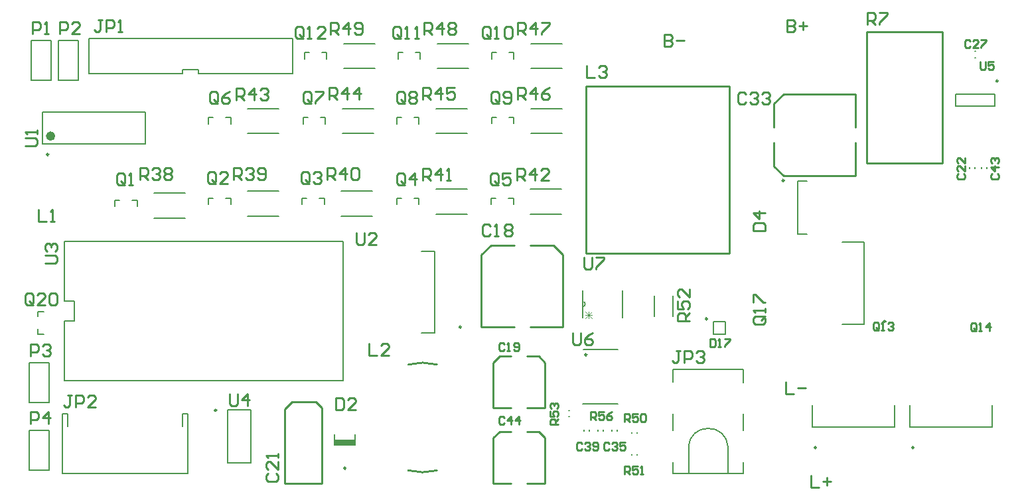
<source format=gto>
G04 Layer_Color=65535*
%FSAX24Y24*%
%MOIN*%
G70*
G01*
G75*
%ADD44C,0.0100*%
%ADD71C,0.0098*%
%ADD72C,0.0060*%
%ADD73C,0.0080*%
%ADD74C,0.0236*%
%ADD75C,0.0079*%
%ADD76C,0.0030*%
%ADD77R,0.1024X0.0306*%
D44*
X037737Y010688D02*
G03*
X039163Y010688I000713J002662D01*
G01*
Y016012D02*
G03*
X037737Y016012I-000713J-002662D01*
G01*
X043694Y010051D02*
X044599D01*
X043694Y012649D02*
X044284D01*
X042316D02*
X042906D01*
X042001Y010051D02*
X042906D01*
X042001Y012334D02*
X042316Y012649D01*
X042001Y010051D02*
Y012334D01*
X044284Y012649D02*
X044599Y012334D01*
Y010051D02*
Y012334D01*
X048575Y021600D02*
X053850D01*
Y030000D01*
X046650D02*
X053850D01*
X046650Y021600D02*
Y030000D01*
Y021600D02*
X048575D01*
X031510Y010050D02*
Y013770D01*
X033397Y010050D02*
X033400Y013850D01*
X031889Y014146D02*
X033100D01*
X033395Y013851D01*
X031510Y013767D02*
X031889Y014146D01*
X031510Y010050D02*
X033390D01*
X060750Y026150D02*
X061330D01*
X060750D02*
Y032750D01*
X064550D01*
Y026150D02*
Y032750D01*
X061330Y026150D02*
X064550D01*
X043844Y017903D02*
X045497D01*
X043844Y021997D02*
X045025D01*
X041875D02*
X043056D01*
X041403Y017903D02*
X043056D01*
X041403Y021525D02*
X041875Y021997D01*
X041403Y017903D02*
Y021525D01*
X045025Y021997D02*
X045497Y021525D01*
Y017903D02*
Y021525D01*
X060197Y027944D02*
Y029597D01*
X056103Y027944D02*
Y029125D01*
Y025975D02*
Y027156D01*
X060197Y025503D02*
Y027156D01*
X056103Y025975D02*
X056575Y025503D01*
X060197D01*
X056103Y029125D02*
X056575Y029597D01*
X060197D01*
X043694Y013826D02*
X044599D01*
X043694Y016424D02*
X044284D01*
X042316D02*
X042906D01*
X042001Y013826D02*
X042906D01*
X042001Y016109D02*
X042316Y016424D01*
X042001Y013826D02*
Y016109D01*
X044284Y016424D02*
X044599Y016109D01*
Y013826D02*
Y016109D01*
X028150Y029250D02*
Y029650D01*
X028050Y029750D01*
X027850D01*
X027750Y029650D01*
Y029250D01*
X027850Y029150D01*
X028050D01*
X027950Y029350D02*
X028150Y029150D01*
X028050D02*
X028150Y029250D01*
X028750Y029750D02*
X028550Y029650D01*
X028350Y029450D01*
Y029250D01*
X028450Y029150D01*
X028650D01*
X028750Y029250D01*
Y029350D01*
X028650Y029450D01*
X028350D01*
X032850Y029250D02*
Y029650D01*
X032750Y029750D01*
X032550D01*
X032450Y029650D01*
Y029250D01*
X032550Y029150D01*
X032750D01*
X032650Y029350D02*
X032850Y029150D01*
X032750D02*
X032850Y029250D01*
X033050Y029750D02*
X033450D01*
Y029650D01*
X033050Y029250D01*
Y029150D01*
X042250Y025150D02*
Y025550D01*
X042150Y025650D01*
X041950D01*
X041850Y025550D01*
Y025150D01*
X041950Y025050D01*
X042150D01*
X042050Y025250D02*
X042250Y025050D01*
X042150D02*
X042250Y025150D01*
X042850Y025650D02*
X042450D01*
Y025350D01*
X042650Y025450D01*
X042750D01*
X042850Y025350D01*
Y025150D01*
X042750Y025050D01*
X042550D01*
X042450Y025150D01*
X037550D02*
Y025550D01*
X037450Y025650D01*
X037250D01*
X037150Y025550D01*
Y025150D01*
X037250Y025050D01*
X037450D01*
X037350Y025250D02*
X037550Y025050D01*
X037450D02*
X037550Y025150D01*
X038050Y025050D02*
Y025650D01*
X037750Y025350D01*
X038150D01*
X042567Y013333D02*
X042500Y013400D01*
X042367D01*
X042300Y013333D01*
Y013067D01*
X042367Y013000D01*
X042500D01*
X042567Y013067D01*
X042900Y013000D02*
Y013400D01*
X042700Y013200D01*
X042966D01*
X043300Y013000D02*
Y013400D01*
X043100Y013200D01*
X043366D01*
X052900Y017300D02*
Y016900D01*
X053100D01*
X053167Y016967D01*
Y017233D01*
X053100Y017300D01*
X052900D01*
X053300Y016900D02*
X053433D01*
X053367D01*
Y017300D01*
X053300Y017233D01*
X053633Y017300D02*
X053900D01*
Y017233D01*
X053633Y016967D01*
Y016900D01*
X019150Y023800D02*
Y023200D01*
X019550D01*
X019750D02*
X019950D01*
X019850D01*
Y023800D01*
X019750Y023700D01*
X030700Y010550D02*
X030600Y010450D01*
Y010250D01*
X030700Y010150D01*
X031100D01*
X031200Y010250D01*
Y010450D01*
X031100Y010550D01*
X031200Y011150D02*
Y010750D01*
X030800Y011150D01*
X030700D01*
X030600Y011050D01*
Y010850D01*
X030700Y010750D01*
X031200Y011350D02*
Y011550D01*
Y011450D01*
X030600D01*
X030700Y011350D01*
X028750Y014550D02*
Y014050D01*
X028850Y013950D01*
X029050D01*
X029150Y014050D01*
Y014550D01*
X029650Y013950D02*
Y014550D01*
X029350Y014250D01*
X029750D01*
X041855Y022955D02*
X041755Y023055D01*
X041555D01*
X041455Y022955D01*
Y022555D01*
X041555Y022455D01*
X041755D01*
X041855Y022555D01*
X042055Y022455D02*
X042255D01*
X042155D01*
Y023055D01*
X042055Y022955D01*
X042555D02*
X042655Y023055D01*
X042855D01*
X042955Y022955D01*
Y022855D01*
X042855Y022755D01*
X042955Y022655D01*
Y022555D01*
X042855Y022455D01*
X042655D01*
X042555Y022555D01*
Y022655D01*
X042655Y022755D01*
X042555Y022855D01*
Y022955D01*
X042655Y022755D02*
X042855D01*
X042567Y017033D02*
X042500Y017100D01*
X042367D01*
X042300Y017033D01*
Y016767D01*
X042367Y016700D01*
X042500D01*
X042567Y016767D01*
X042700Y016700D02*
X042833D01*
X042767D01*
Y017100D01*
X042700Y017033D01*
X043033Y016767D02*
X043100Y016700D01*
X043233D01*
X043300Y016767D01*
Y017033D01*
X043233Y017100D01*
X043100D01*
X043033Y017033D01*
Y016967D01*
X043100Y016900D01*
X043300D01*
X065967Y032283D02*
X065900Y032350D01*
X065767D01*
X065700Y032283D01*
Y032017D01*
X065767Y031950D01*
X065900D01*
X065967Y032017D01*
X066366Y031950D02*
X066100D01*
X066366Y032217D01*
Y032283D01*
X066300Y032350D01*
X066167D01*
X066100Y032283D01*
X066500Y032350D02*
X066766D01*
Y032283D01*
X066500Y032017D01*
Y031950D01*
X054700Y029600D02*
X054600Y029700D01*
X054400D01*
X054300Y029600D01*
Y029200D01*
X054400Y029100D01*
X054600D01*
X054700Y029200D01*
X054900Y029600D02*
X055000Y029700D01*
X055200D01*
X055300Y029600D01*
Y029500D01*
X055200Y029400D01*
X055100D01*
X055200D01*
X055300Y029300D01*
Y029200D01*
X055200Y029100D01*
X055000D01*
X054900Y029200D01*
X055500Y029600D02*
X055600Y029700D01*
X055800D01*
X055899Y029600D01*
Y029500D01*
X055800Y029400D01*
X055700D01*
X055800D01*
X055899Y029300D01*
Y029200D01*
X055800Y029100D01*
X055600D01*
X055500Y029200D01*
X047817Y012033D02*
X047750Y012100D01*
X047617D01*
X047550Y012033D01*
Y011767D01*
X047617Y011700D01*
X047750D01*
X047817Y011767D01*
X047950Y012033D02*
X048017Y012100D01*
X048150D01*
X048216Y012033D01*
Y011967D01*
X048150Y011900D01*
X048083D01*
X048150D01*
X048216Y011833D01*
Y011767D01*
X048150Y011700D01*
X048017D01*
X047950Y011767D01*
X048616Y012100D02*
X048350D01*
Y011900D01*
X048483Y011967D01*
X048550D01*
X048616Y011900D01*
Y011767D01*
X048550Y011700D01*
X048416D01*
X048350Y011767D01*
X046467Y012033D02*
X046400Y012100D01*
X046267D01*
X046200Y012033D01*
Y011767D01*
X046267Y011700D01*
X046400D01*
X046467Y011767D01*
X046600Y012033D02*
X046667Y012100D01*
X046800D01*
X046866Y012033D01*
Y011967D01*
X046800Y011900D01*
X046733D01*
X046800D01*
X046866Y011833D01*
Y011767D01*
X046800Y011700D01*
X046667D01*
X046600Y011767D01*
X047000D02*
X047066Y011700D01*
X047200D01*
X047266Y011767D01*
Y012033D01*
X047200Y012100D01*
X047066D01*
X047000Y012033D01*
Y011967D01*
X047066Y011900D01*
X047266D01*
X034085Y014335D02*
Y013735D01*
X034385D01*
X034485Y013835D01*
Y014235D01*
X034385Y014335D01*
X034085D01*
X035085Y013735D02*
X034685D01*
X035085Y014135D01*
Y014235D01*
X034985Y014335D01*
X034785D01*
X034685Y014235D01*
X055050Y022750D02*
X055650D01*
Y023050D01*
X055550Y023150D01*
X055150D01*
X055050Y023050D01*
Y022750D01*
X055650Y023650D02*
X055050D01*
X055350Y023350D01*
Y023750D01*
X022350Y033350D02*
X022150D01*
X022250D01*
Y032850D01*
X022150Y032750D01*
X022050D01*
X021950Y032850D01*
X022550Y032750D02*
Y033350D01*
X022850D01*
X022950Y033250D01*
Y033050D01*
X022850Y032950D01*
X022550D01*
X023150Y032750D02*
X023350D01*
X023250D01*
Y033350D01*
X023150Y033250D01*
X020810Y014470D02*
X020610D01*
X020710D01*
Y013970D01*
X020610Y013870D01*
X020510D01*
X020410Y013970D01*
X021010Y013870D02*
Y014470D01*
X021310D01*
X021410Y014370D01*
Y014170D01*
X021310Y014070D01*
X021010D01*
X022009Y013870D02*
X021610D01*
X022009Y014270D01*
Y014370D01*
X021910Y014470D01*
X021710D01*
X021610Y014370D01*
X035755Y017055D02*
Y016455D01*
X036155D01*
X036755D02*
X036355D01*
X036755Y016855D01*
Y016955D01*
X036655Y017055D01*
X036455D01*
X036355Y016955D01*
X046700Y031050D02*
Y030450D01*
X047100D01*
X047300Y030950D02*
X047400Y031050D01*
X047600D01*
X047700Y030950D01*
Y030850D01*
X047600Y030750D01*
X047500D01*
X047600D01*
X047700Y030650D01*
Y030550D01*
X047600Y030450D01*
X047400D01*
X047300Y030550D01*
X018865Y032635D02*
Y033235D01*
X019165D01*
X019265Y033135D01*
Y032935D01*
X019165Y032835D01*
X018865D01*
X019465Y032635D02*
X019665D01*
X019565D01*
Y033235D01*
X019465Y033135D01*
X020215Y032635D02*
Y033235D01*
X020515D01*
X020615Y033135D01*
Y032935D01*
X020515Y032835D01*
X020215D01*
X021215Y032635D02*
X020815D01*
X021215Y033035D01*
Y033135D01*
X021115Y033235D01*
X020915D01*
X020815Y033135D01*
X018765Y016435D02*
Y017035D01*
X019065D01*
X019165Y016935D01*
Y016735D01*
X019065Y016635D01*
X018765D01*
X019365Y016935D02*
X019465Y017035D01*
X019665D01*
X019765Y016935D01*
Y016835D01*
X019665Y016735D01*
X019565D01*
X019665D01*
X019765Y016635D01*
Y016535D01*
X019665Y016435D01*
X019465D01*
X019365Y016535D01*
X018760Y013040D02*
Y013640D01*
X019060D01*
X019160Y013540D01*
Y013340D01*
X019060Y013240D01*
X018760D01*
X019660Y013040D02*
Y013640D01*
X019360Y013340D01*
X019760D01*
X023500Y025141D02*
Y025541D01*
X023400Y025641D01*
X023200D01*
X023100Y025541D01*
Y025141D01*
X023200Y025041D01*
X023400D01*
X023300Y025241D02*
X023500Y025041D01*
X023400D02*
X023500Y025141D01*
X023700Y025041D02*
X023900D01*
X023800D01*
Y025641D01*
X023700Y025541D01*
X028050Y025200D02*
Y025600D01*
X027950Y025700D01*
X027750D01*
X027650Y025600D01*
Y025200D01*
X027750Y025100D01*
X027950D01*
X027850Y025300D02*
X028050Y025100D01*
X027950D02*
X028050Y025200D01*
X028650Y025100D02*
X028250D01*
X028650Y025500D01*
Y025600D01*
X028550Y025700D01*
X028350D01*
X028250Y025600D01*
X032750Y025200D02*
Y025600D01*
X032650Y025700D01*
X032450D01*
X032350Y025600D01*
Y025200D01*
X032450Y025100D01*
X032650D01*
X032550Y025300D02*
X032750Y025100D01*
X032650D02*
X032750Y025200D01*
X032950Y025600D02*
X033050Y025700D01*
X033250D01*
X033350Y025600D01*
Y025500D01*
X033250Y025400D01*
X033150D01*
X033250D01*
X033350Y025300D01*
Y025200D01*
X033250Y025100D01*
X033050D01*
X032950Y025200D01*
X037550Y029250D02*
Y029650D01*
X037450Y029750D01*
X037250D01*
X037150Y029650D01*
Y029250D01*
X037250Y029150D01*
X037450D01*
X037350Y029350D02*
X037550Y029150D01*
X037450D02*
X037550Y029250D01*
X037750Y029650D02*
X037850Y029750D01*
X038050D01*
X038150Y029650D01*
Y029550D01*
X038050Y029450D01*
X038150Y029350D01*
Y029250D01*
X038050Y029150D01*
X037850D01*
X037750Y029250D01*
Y029350D01*
X037850Y029450D01*
X037750Y029550D01*
Y029650D01*
X037850Y029450D02*
X038050D01*
X042300Y029250D02*
Y029650D01*
X042200Y029750D01*
X042000D01*
X041900Y029650D01*
Y029250D01*
X042000Y029150D01*
X042200D01*
X042100Y029350D02*
X042300Y029150D01*
X042200D02*
X042300Y029250D01*
X042500D02*
X042600Y029150D01*
X042800D01*
X042900Y029250D01*
Y029650D01*
X042800Y029750D01*
X042600D01*
X042500Y029650D01*
Y029550D01*
X042600Y029450D01*
X042900D01*
X041873Y032514D02*
Y032914D01*
X041773Y033014D01*
X041573D01*
X041473Y032914D01*
Y032514D01*
X041573Y032414D01*
X041773D01*
X041673Y032614D02*
X041873Y032414D01*
X041773D02*
X041873Y032514D01*
X042073Y032414D02*
X042273D01*
X042173D01*
Y033014D01*
X042073Y032914D01*
X042572D02*
X042672Y033014D01*
X042872D01*
X042972Y032914D01*
Y032514D01*
X042872Y032414D01*
X042672D01*
X042572Y032514D01*
Y032914D01*
X037373Y032514D02*
Y032914D01*
X037273Y033014D01*
X037073D01*
X036973Y032914D01*
Y032514D01*
X037073Y032414D01*
X037273D01*
X037173Y032614D02*
X037373Y032414D01*
X037273D02*
X037373Y032514D01*
X037573Y032414D02*
X037773D01*
X037673D01*
Y033014D01*
X037573Y032914D01*
X038072Y032414D02*
X038272D01*
X038172D01*
Y033014D01*
X038072Y032914D01*
X032473Y032514D02*
Y032914D01*
X032373Y033014D01*
X032173D01*
X032073Y032914D01*
Y032514D01*
X032173Y032414D01*
X032373D01*
X032273Y032614D02*
X032473Y032414D01*
X032373D02*
X032473Y032514D01*
X032673Y032414D02*
X032873D01*
X032773D01*
Y033014D01*
X032673Y032914D01*
X033572Y032414D02*
X033172D01*
X033572Y032814D01*
Y032914D01*
X033472Y033014D01*
X033272D01*
X033172Y032914D01*
X061367Y017817D02*
Y018083D01*
X061300Y018150D01*
X061167D01*
X061100Y018083D01*
Y017817D01*
X061167Y017750D01*
X061300D01*
X061233Y017883D02*
X061367Y017750D01*
X061300D02*
X061367Y017817D01*
X061500Y017750D02*
X061633D01*
X061567D01*
Y018150D01*
X061500Y018083D01*
X061833D02*
X061900Y018150D01*
X062033D01*
X062100Y018083D01*
Y018017D01*
X062033Y017950D01*
X061966D01*
X062033D01*
X062100Y017883D01*
Y017817D01*
X062033Y017750D01*
X061900D01*
X061833Y017817D01*
X066267Y017767D02*
Y018033D01*
X066200Y018100D01*
X066067D01*
X066000Y018033D01*
Y017767D01*
X066067Y017700D01*
X066200D01*
X066133Y017833D02*
X066267Y017700D01*
X066200D02*
X066267Y017767D01*
X066400Y017700D02*
X066533D01*
X066467D01*
Y018100D01*
X066400Y018033D01*
X066933Y017700D02*
Y018100D01*
X066733Y017900D01*
X067000D01*
X055550Y018450D02*
X055150D01*
X055050Y018350D01*
Y018150D01*
X055150Y018050D01*
X055550D01*
X055650Y018150D01*
Y018350D01*
X055450Y018250D02*
X055650Y018450D01*
Y018350D02*
X055550Y018450D01*
X055650Y018650D02*
Y018850D01*
Y018750D01*
X055050D01*
X055150Y018650D01*
X055050Y019150D02*
Y019550D01*
X055150D01*
X055550Y019150D01*
X055650D01*
X018900Y019100D02*
Y019500D01*
X018800Y019600D01*
X018600D01*
X018500Y019500D01*
Y019100D01*
X018600Y019000D01*
X018800D01*
X018700Y019200D02*
X018900Y019000D01*
X018800D02*
X018900Y019100D01*
X019500Y019000D02*
X019100D01*
X019500Y019400D01*
Y019500D01*
X019400Y019600D01*
X019200D01*
X019100Y019500D01*
X019700D02*
X019800Y019600D01*
X020000D01*
X020099Y019500D01*
Y019100D01*
X020000Y019000D01*
X019800D01*
X019700Y019100D01*
Y019500D01*
X060795Y033095D02*
Y033695D01*
X061095D01*
X061195Y033595D01*
Y033395D01*
X061095Y033295D01*
X060795D01*
X060995D02*
X061195Y033095D01*
X061395Y033695D02*
X061795D01*
Y033595D01*
X061395Y033195D01*
Y033095D01*
X024250Y025300D02*
Y025900D01*
X024550D01*
X024650Y025800D01*
Y025600D01*
X024550Y025500D01*
X024250D01*
X024450D02*
X024650Y025300D01*
X024850Y025800D02*
X024950Y025900D01*
X025150D01*
X025250Y025800D01*
Y025700D01*
X025150Y025600D01*
X025050D01*
X025150D01*
X025250Y025500D01*
Y025400D01*
X025150Y025300D01*
X024950D01*
X024850Y025400D01*
X025450Y025800D02*
X025550Y025900D01*
X025750D01*
X025849Y025800D01*
Y025700D01*
X025750Y025600D01*
X025849Y025500D01*
Y025400D01*
X025750Y025300D01*
X025550D01*
X025450Y025400D01*
Y025500D01*
X025550Y025600D01*
X025450Y025700D01*
Y025800D01*
X025550Y025600D02*
X025750D01*
X028950Y025300D02*
Y025900D01*
X029250D01*
X029350Y025800D01*
Y025600D01*
X029250Y025500D01*
X028950D01*
X029150D02*
X029350Y025300D01*
X029550Y025800D02*
X029650Y025900D01*
X029850D01*
X029950Y025800D01*
Y025700D01*
X029850Y025600D01*
X029750D01*
X029850D01*
X029950Y025500D01*
Y025400D01*
X029850Y025300D01*
X029650D01*
X029550Y025400D01*
X030150D02*
X030250Y025300D01*
X030450D01*
X030549Y025400D01*
Y025800D01*
X030450Y025900D01*
X030250D01*
X030150Y025800D01*
Y025700D01*
X030250Y025600D01*
X030549D01*
X033650Y025300D02*
Y025900D01*
X033950D01*
X034050Y025800D01*
Y025600D01*
X033950Y025500D01*
X033650D01*
X033850D02*
X034050Y025300D01*
X034550D02*
Y025900D01*
X034250Y025600D01*
X034650D01*
X034850Y025800D02*
X034950Y025900D01*
X035150D01*
X035249Y025800D01*
Y025400D01*
X035150Y025300D01*
X034950D01*
X034850Y025400D01*
Y025800D01*
X038450Y025280D02*
Y025880D01*
X038750D01*
X038850Y025780D01*
Y025580D01*
X038750Y025480D01*
X038450D01*
X038650D02*
X038850Y025280D01*
X039350D02*
Y025880D01*
X039050Y025580D01*
X039450D01*
X039650Y025280D02*
X039850D01*
X039750D01*
Y025880D01*
X039650Y025780D01*
X043200Y025280D02*
Y025880D01*
X043500D01*
X043600Y025780D01*
Y025580D01*
X043500Y025480D01*
X043200D01*
X043400D02*
X043600Y025280D01*
X044100D02*
Y025880D01*
X043800Y025580D01*
X044200D01*
X044799Y025280D02*
X044400D01*
X044799Y025680D01*
Y025780D01*
X044700Y025880D01*
X044500D01*
X044400Y025780D01*
X029076Y029300D02*
Y029900D01*
X029376D01*
X029476Y029800D01*
Y029600D01*
X029376Y029500D01*
X029076D01*
X029276D02*
X029476Y029300D01*
X029976D02*
Y029900D01*
X029676Y029600D01*
X030076D01*
X030276Y029800D02*
X030376Y029900D01*
X030576D01*
X030676Y029800D01*
Y029700D01*
X030576Y029600D01*
X030476D01*
X030576D01*
X030676Y029500D01*
Y029400D01*
X030576Y029300D01*
X030376D01*
X030276Y029400D01*
X033750Y029330D02*
Y029930D01*
X034050D01*
X034150Y029830D01*
Y029630D01*
X034050Y029530D01*
X033750D01*
X033950D02*
X034150Y029330D01*
X034650D02*
Y029930D01*
X034350Y029630D01*
X034750D01*
X035250Y029330D02*
Y029930D01*
X034950Y029630D01*
X035349D01*
X038450Y029330D02*
Y029930D01*
X038750D01*
X038850Y029830D01*
Y029630D01*
X038750Y029530D01*
X038450D01*
X038650D02*
X038850Y029330D01*
X039350D02*
Y029930D01*
X039050Y029630D01*
X039450D01*
X040049Y029930D02*
X039650D01*
Y029630D01*
X039850Y029730D01*
X039950D01*
X040049Y029630D01*
Y029430D01*
X039950Y029330D01*
X039750D01*
X039650Y029430D01*
X043223Y029344D02*
Y029944D01*
X043523D01*
X043623Y029844D01*
Y029644D01*
X043523Y029544D01*
X043223D01*
X043423D02*
X043623Y029344D01*
X044123D02*
Y029944D01*
X043823Y029644D01*
X044223D01*
X044822Y029944D02*
X044622Y029844D01*
X044422Y029644D01*
Y029444D01*
X044522Y029344D01*
X044722D01*
X044822Y029444D01*
Y029544D01*
X044722Y029644D01*
X044422D01*
X043223Y032594D02*
Y033194D01*
X043523D01*
X043623Y033094D01*
Y032894D01*
X043523Y032794D01*
X043223D01*
X043423D02*
X043623Y032594D01*
X044123D02*
Y033194D01*
X043823Y032894D01*
X044223D01*
X044422Y033194D02*
X044822D01*
Y033094D01*
X044422Y032694D01*
Y032594D01*
X038523D02*
Y033194D01*
X038823D01*
X038923Y033094D01*
Y032894D01*
X038823Y032794D01*
X038523D01*
X038723D02*
X038923Y032594D01*
X039423D02*
Y033194D01*
X039123Y032894D01*
X039523D01*
X039722Y033094D02*
X039822Y033194D01*
X040022D01*
X040122Y033094D01*
Y032994D01*
X040022Y032894D01*
X040122Y032794D01*
Y032694D01*
X040022Y032594D01*
X039822D01*
X039722Y032694D01*
Y032794D01*
X039822Y032894D01*
X039722Y032994D01*
Y033094D01*
X039822Y032894D02*
X040022D01*
X033823Y032594D02*
Y033194D01*
X034123D01*
X034223Y033094D01*
Y032894D01*
X034123Y032794D01*
X033823D01*
X034023D02*
X034223Y032594D01*
X034723D02*
Y033194D01*
X034423Y032894D01*
X034823D01*
X035022Y032694D02*
X035122Y032594D01*
X035322D01*
X035422Y032694D01*
Y033094D01*
X035322Y033194D01*
X035122D01*
X035022Y033094D01*
Y032994D01*
X035122Y032894D01*
X035422D01*
X048600Y013150D02*
Y013550D01*
X048800D01*
X048867Y013483D01*
Y013350D01*
X048800Y013283D01*
X048600D01*
X048733D02*
X048867Y013150D01*
X049266Y013550D02*
X049000D01*
Y013350D01*
X049133Y013417D01*
X049200D01*
X049266Y013350D01*
Y013217D01*
X049200Y013150D01*
X049067D01*
X049000Y013217D01*
X049400Y013483D02*
X049466Y013550D01*
X049600D01*
X049666Y013483D01*
Y013217D01*
X049600Y013150D01*
X049466D01*
X049400Y013217D01*
Y013483D01*
X048600Y010500D02*
Y010900D01*
X048800D01*
X048867Y010833D01*
Y010700D01*
X048800Y010633D01*
X048600D01*
X048733D02*
X048867Y010500D01*
X049266Y010900D02*
X049000D01*
Y010700D01*
X049133Y010767D01*
X049200D01*
X049266Y010700D01*
Y010567D01*
X049200Y010500D01*
X049067D01*
X049000Y010567D01*
X049400Y010500D02*
X049533D01*
X049466D01*
Y010900D01*
X049400Y010833D01*
X051850Y018200D02*
X051250D01*
Y018500D01*
X051350Y018600D01*
X051550D01*
X051650Y018500D01*
Y018200D01*
Y018400D02*
X051850Y018600D01*
X051250Y019200D02*
Y018800D01*
X051550D01*
X051450Y019000D01*
Y019100D01*
X051550Y019200D01*
X051750D01*
X051850Y019100D01*
Y018900D01*
X051750Y018800D01*
X051850Y019799D02*
Y019400D01*
X051450Y019799D01*
X051350D01*
X051250Y019700D01*
Y019500D01*
X051350Y019400D01*
X045250Y013000D02*
X044850D01*
Y013200D01*
X044917Y013267D01*
X045050D01*
X045117Y013200D01*
Y013000D01*
Y013133D02*
X045250Y013267D01*
X044850Y013666D02*
Y013400D01*
X045050D01*
X044983Y013533D01*
Y013600D01*
X045050Y013666D01*
X045183D01*
X045250Y013600D01*
Y013467D01*
X045183Y013400D01*
X044917Y013800D02*
X044850Y013866D01*
Y014000D01*
X044917Y014066D01*
X044983D01*
X045050Y014000D01*
Y013933D01*
Y014000D01*
X045117Y014066D01*
X045183D01*
X045250Y014000D01*
Y013866D01*
X045183Y013800D01*
X046900Y013250D02*
Y013650D01*
X047100D01*
X047167Y013583D01*
Y013450D01*
X047100Y013383D01*
X046900D01*
X047033D02*
X047167Y013250D01*
X047566Y013650D02*
X047300D01*
Y013450D01*
X047433Y013517D01*
X047500D01*
X047566Y013450D01*
Y013317D01*
X047500Y013250D01*
X047367D01*
X047300Y013317D01*
X047966Y013650D02*
X047833Y013583D01*
X047700Y013450D01*
Y013317D01*
X047766Y013250D01*
X047900D01*
X047966Y013317D01*
Y013383D01*
X047900Y013450D01*
X047700D01*
X018500Y027000D02*
X019000D01*
X019100Y027100D01*
Y027300D01*
X019000Y027400D01*
X018500D01*
X019100Y027600D02*
Y027800D01*
Y027700D01*
X018500D01*
X018600Y027600D01*
X035140Y022650D02*
Y022150D01*
X035240Y022050D01*
X035440D01*
X035540Y022150D01*
Y022650D01*
X036140Y022050D02*
X035740D01*
X036140Y022450D01*
Y022550D01*
X036040Y022650D01*
X035840D01*
X035740Y022550D01*
X019500Y021100D02*
X020000D01*
X020100Y021200D01*
Y021400D01*
X020000Y021500D01*
X019500D01*
X019600Y021700D02*
X019500Y021800D01*
Y022000D01*
X019600Y022100D01*
X019700D01*
X019800Y022000D01*
Y021900D01*
Y022000D01*
X019900Y022100D01*
X020000D01*
X020100Y022000D01*
Y021800D01*
X020000Y021700D01*
X066450Y031250D02*
Y030917D01*
X066517Y030850D01*
X066650D01*
X066717Y030917D01*
Y031250D01*
X067116D02*
X066850D01*
Y031050D01*
X066983Y031117D01*
X067050D01*
X067116Y031050D01*
Y030917D01*
X067050Y030850D01*
X066917D01*
X066850Y030917D01*
X046000Y017600D02*
Y017100D01*
X046100Y017000D01*
X046300D01*
X046400Y017100D01*
Y017600D01*
X047000D02*
X046800Y017500D01*
X046600Y017300D01*
Y017100D01*
X046700Y017000D01*
X046900D01*
X047000Y017100D01*
Y017200D01*
X046900Y017300D01*
X046600D01*
X046560Y021390D02*
Y020890D01*
X046660Y020790D01*
X046860D01*
X046960Y020890D01*
Y021390D01*
X047160D02*
X047560D01*
Y021290D01*
X047160Y020890D01*
Y020790D01*
X051400Y016700D02*
X051200D01*
X051300D01*
Y016200D01*
X051200Y016100D01*
X051100D01*
X051000Y016200D01*
X051600Y016100D02*
Y016700D01*
X051900D01*
X052000Y016600D01*
Y016400D01*
X051900Y016300D01*
X051600D01*
X052200Y016600D02*
X052300Y016700D01*
X052500D01*
X052599Y016600D01*
Y016500D01*
X052500Y016400D01*
X052400D01*
X052500D01*
X052599Y016300D01*
Y016200D01*
X052500Y016100D01*
X052300D01*
X052200Y016200D01*
X065367Y025617D02*
X065300Y025550D01*
Y025417D01*
X065367Y025350D01*
X065633D01*
X065700Y025417D01*
Y025550D01*
X065633Y025617D01*
X065700Y026016D02*
Y025750D01*
X065433Y026016D01*
X065367D01*
X065300Y025950D01*
Y025817D01*
X065367Y025750D01*
X065700Y026416D02*
Y026150D01*
X065433Y026416D01*
X065367D01*
X065300Y026350D01*
Y026216D01*
X065367Y026150D01*
X067067Y025617D02*
X067000Y025550D01*
Y025417D01*
X067067Y025350D01*
X067333D01*
X067400Y025417D01*
Y025550D01*
X067333Y025617D01*
X067400Y025950D02*
X067000D01*
X067200Y025750D01*
Y026016D01*
X067067Y026150D02*
X067000Y026216D01*
Y026350D01*
X067067Y026416D01*
X067133D01*
X067200Y026350D01*
Y026283D01*
Y026350D01*
X067267Y026416D01*
X067333D01*
X067400Y026350D01*
Y026216D01*
X067333Y026150D01*
X056700Y015150D02*
Y014550D01*
X057100D01*
X057300Y014850D02*
X057700D01*
X057950Y010450D02*
Y009850D01*
X058350D01*
X058550Y010150D02*
X058950D01*
X058750Y010350D02*
Y009950D01*
X050600Y032600D02*
Y032000D01*
X050900D01*
X051000Y032100D01*
Y032200D01*
X050900Y032300D01*
X050600D01*
X050900D01*
X051000Y032400D01*
Y032500D01*
X050900Y032600D01*
X050600D01*
X051200Y032300D02*
X051600D01*
X056750Y033350D02*
Y032750D01*
X057050D01*
X057150Y032850D01*
Y032950D01*
X057050Y033050D01*
X056750D01*
X057050D01*
X057150Y033150D01*
Y033250D01*
X057050Y033350D01*
X056750D01*
X057350Y033050D02*
X057750D01*
X057550Y033250D02*
Y032850D01*
D71*
X052756Y018307D02*
G03*
X052756Y018307I-000049J000000D01*
G01*
X028098Y013719D02*
G03*
X028098Y013719I-000049J000000D01*
G01*
X058226Y011839D02*
G03*
X058226Y011839I-000049J000000D01*
G01*
X063126D02*
G03*
X063126Y011839I-000049J000000D01*
G01*
X034599Y010802D02*
G03*
X034599Y010802I-000049J000000D01*
G01*
X040392Y017898D02*
G03*
X040392Y017898I-000049J000000D01*
G01*
X019667Y026571D02*
G03*
X019667Y026571I-000049J000000D01*
G01*
X067354Y030265D02*
G03*
X067354Y030265I-000049J000000D01*
G01*
X046701Y016502D02*
G03*
X046701Y016502I-000049J000000D01*
G01*
X061710Y018177D02*
G03*
X061710Y018177I-000049J000000D01*
G01*
X056615Y025264D02*
G03*
X056615Y025264I-000049J000000D01*
G01*
D72*
X046495Y018930D02*
G03*
X046495Y019170I000000J000120D01*
G01*
X048505Y018354D02*
Y019746D01*
X046495Y018354D02*
Y019746D01*
D73*
X052800Y012800D02*
G03*
X051810Y011900I-000045J-000945D01*
G01*
X053784D02*
G03*
X052800Y012800I-000942J-000042D01*
G01*
X028810Y028111D02*
Y028430D01*
X028570D02*
X028810D01*
X027699Y028111D02*
Y028430D01*
X027935D01*
X032449D02*
X032685D01*
X032449Y028111D02*
Y028430D01*
X033320D02*
X033560D01*
Y028111D02*
Y028430D01*
X041899Y024380D02*
X042135D01*
X041899Y024061D02*
Y024380D01*
X042770D02*
X043010D01*
Y024061D02*
Y024380D01*
X038260Y024061D02*
Y024380D01*
X038020D02*
X038260D01*
X037149Y024061D02*
Y024380D01*
X037385D01*
X031918Y030622D02*
Y032400D01*
X026406Y030622D02*
Y030818D01*
X027200Y030622D02*
Y030818D01*
X026406D02*
X027200D01*
X021682Y030622D02*
X026406D01*
X027200D02*
X031918D01*
X021682Y032400D02*
X031918D01*
X021682Y030622D02*
Y032400D01*
X026652Y010530D02*
Y013530D01*
X020350Y010530D02*
X026650D01*
X020350D02*
Y013530D01*
X026396D02*
X026652D01*
X020350D02*
X020610D01*
X026396Y012900D02*
Y013530D01*
X020610Y012900D02*
Y013530D01*
X051020Y015760D02*
X054572D01*
X051020Y010522D02*
X051810D01*
X053784D01*
X054572D01*
X051810D02*
Y011900D01*
X053784Y010522D02*
Y011900D01*
X051020Y010522D02*
Y011113D01*
Y012690D02*
Y013520D01*
Y015130D02*
Y015760D01*
X054572Y015090D02*
Y015760D01*
Y012690D02*
Y013520D01*
Y010522D02*
Y011113D01*
X019120Y017549D02*
Y017785D01*
Y017549D02*
X019439D01*
X019120Y018420D02*
Y018660D01*
X019439D01*
X028810Y024061D02*
Y024380D01*
X028570D02*
X028810D01*
X027699Y024061D02*
Y024380D01*
X027935D01*
X022999Y024280D02*
X023235D01*
X022999Y023961D02*
Y024280D01*
X023870D02*
X024110D01*
Y023961D02*
Y024280D01*
X032399Y024380D02*
X032635D01*
X032399Y024061D02*
Y024380D01*
X033270D02*
X033510D01*
Y024061D02*
Y024380D01*
X037222Y031694D02*
X037458D01*
X037222Y031375D02*
Y031694D01*
X038093D02*
X038333D01*
Y031375D02*
Y031694D01*
X043033Y031375D02*
Y031694D01*
X042793D02*
X043033D01*
X041922Y031375D02*
Y031694D01*
X042158D01*
X033633Y031375D02*
Y031694D01*
X033393D02*
X033633D01*
X032522Y031375D02*
Y031694D01*
X032758D01*
X020950Y018200D02*
Y019200D01*
X020450D02*
X020950D01*
X020450D02*
Y022200D01*
X034450D01*
Y015200D02*
Y022200D01*
X020450Y015200D02*
X034450D01*
X020450D02*
Y018200D01*
X020950D01*
X041922Y028444D02*
X042158D01*
X041922Y028125D02*
Y028444D01*
X042793D02*
X043033D01*
Y028125D02*
Y028444D01*
X038260Y028111D02*
Y028430D01*
X038020D02*
X038260D01*
X037149Y028111D02*
Y028430D01*
X037385D01*
D74*
X019883Y027496D02*
G03*
X019883Y027496I-000118J000000D01*
G01*
D75*
X053657Y017535D02*
Y018165D01*
X053043Y017535D02*
X053657D01*
X053043Y018165D02*
X053657D01*
X053043Y017535D02*
Y018165D01*
X028659Y011081D02*
Y013719D01*
X029841Y011081D02*
Y013719D01*
X028659D02*
X029841D01*
X028659Y011081D02*
X029841D01*
X029663Y027630D02*
X031237D01*
X029663Y028870D02*
X031237D01*
X066188Y025880D02*
Y025920D01*
X065912Y025880D02*
Y025920D01*
X066788Y025880D02*
Y025920D01*
X066512Y025880D02*
Y025920D01*
X048238Y012680D02*
Y012720D01*
X047962Y012680D02*
Y012720D01*
X049238Y012556D02*
Y012595D01*
X048962Y012556D02*
Y012595D01*
X047262Y012680D02*
Y012720D01*
X047538Y012680D02*
Y012720D01*
X045780Y013412D02*
X045820D01*
X045780Y013688D02*
X045820D01*
X062167Y012863D02*
Y013965D01*
X058033Y012863D02*
X062167D01*
X058033D02*
Y013965D01*
X067067Y012863D02*
Y013965D01*
X062933Y012863D02*
X067067D01*
X062933D02*
Y013965D01*
X020150Y030300D02*
Y032300D01*
Y030300D02*
X021150D01*
Y032300D01*
X020150D02*
X021150D01*
X034485Y030894D02*
X036060D01*
X034485Y032134D02*
X036060D01*
X039185Y030894D02*
X040760D01*
X039185Y032134D02*
X040760D01*
X018800Y030300D02*
Y032300D01*
Y030300D02*
X019800D01*
Y032300D01*
X018800D02*
X019800D01*
X043885Y030894D02*
X045460D01*
X043885Y032134D02*
X045460D01*
X043885Y027644D02*
X045460D01*
X043885Y028884D02*
X045460D01*
X039113Y027630D02*
X040687D01*
X039113Y028870D02*
X040687D01*
X034413Y027630D02*
X035987D01*
X034413Y028870D02*
X035987D01*
X043863Y023580D02*
X045437D01*
X043863Y024820D02*
X045437D01*
X039113Y023580D02*
X040687D01*
X039113Y024820D02*
X040687D01*
X019700Y010700D02*
Y012700D01*
X018700D02*
X019700D01*
X018700Y010700D02*
Y012700D01*
Y010700D02*
X019700D01*
X018700Y014100D02*
Y016100D01*
Y014100D02*
X019700D01*
Y016100D01*
X018700D02*
X019700D01*
X034038Y011964D02*
Y012489D01*
Y011964D02*
X035062D01*
Y012489D01*
X039063Y017603D02*
Y021697D01*
X038394D02*
X039063D01*
X038394Y017603D02*
X039063D01*
X066180Y031757D02*
X066220D01*
X066180Y031443D02*
X066220D01*
X046838Y012680D02*
Y012720D01*
X046562Y012680D02*
Y012720D01*
X048962Y011456D02*
Y011495D01*
X049238Y011456D02*
Y011495D01*
X019371Y027103D02*
X024529D01*
X019371Y028697D02*
X024529D01*
X019371Y027103D02*
Y028697D01*
X024529Y027103D02*
Y028697D01*
X024963Y023380D02*
X026537D01*
X024963Y024620D02*
X026537D01*
X029663Y023480D02*
X031237D01*
X029663Y024720D02*
X031237D01*
X034363Y023480D02*
X035937D01*
X034363Y024720D02*
X035937D01*
X065216Y028985D02*
Y029615D01*
X067184Y028985D02*
Y029615D01*
X065216Y028985D02*
X067184D01*
X065216Y029615D02*
X067184D01*
X050078Y018419D02*
Y019482D01*
X051022Y018419D02*
Y019482D01*
X046534Y016778D02*
X048266D01*
X046494Y014022D02*
X048266D01*
X059535Y022167D02*
X060637D01*
Y018033D02*
Y022167D01*
X059535Y018033D02*
X060637D01*
X057285Y025219D02*
X057747D01*
X057285Y022581D02*
Y025219D01*
Y022581D02*
X057747D01*
D76*
X046611Y018341D02*
X046944Y018675D01*
Y018341D02*
X046611Y018675D01*
X046778Y018341D02*
Y018675D01*
X046944Y018508D02*
X046611D01*
D77*
X034550Y012117D02*
D03*
M02*

</source>
